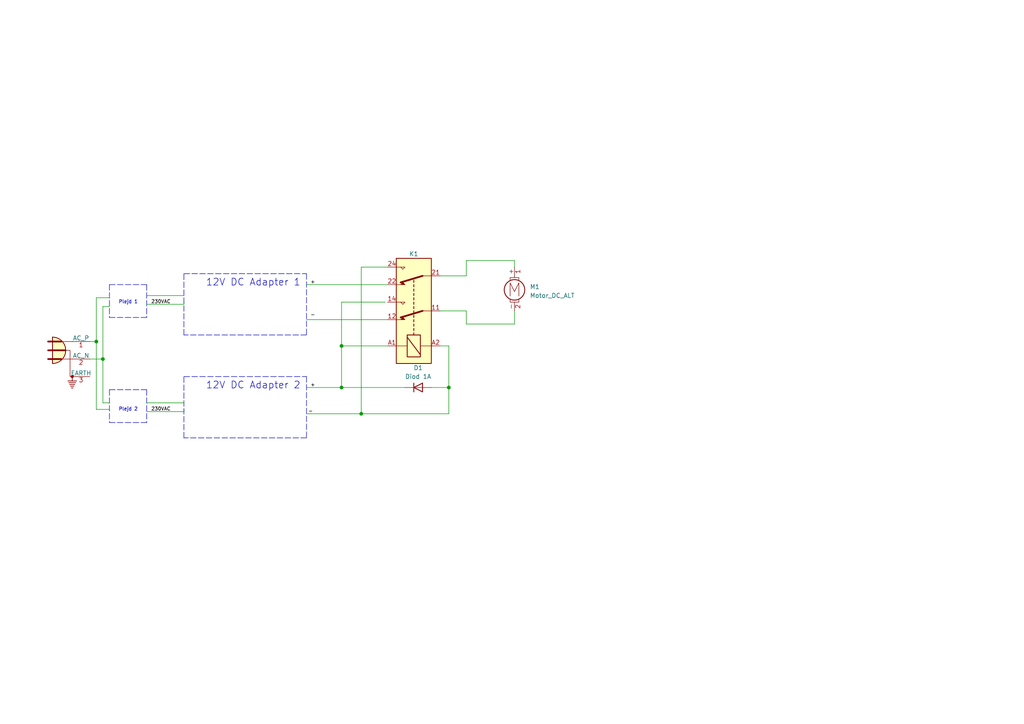
<source format=kicad_sch>
(kicad_sch (version 20210621) (generator eeschema)
  (paper "A4")
  (lib_symbols
    (symbol "Connector:Conn_WallPlug_Earth" (pin_names (offset 0))
      (property "Reference" "P" (at 0 3.81 0))
      (property "Value" "Conn_WallPlug_Earth" (at -5.08 0 90))
      (symbol "Conn_WallPlug_Earth_0_1"
        (arc (start -3.175 -3.81) (end -3.175 3.81) (radius (at -3.175 0) (length 3.81) (angles -89.9 89.9)) (stroke (width 0.254)) (fill (type background)))
        (circle (center 2.54 -7.62) (radius 0.3556) (fill (type outline)))
        (polyline (pts (xy -4.445 -2.54) (xy -0.635 -2.54)) (stroke (width 0.508)))
        (polyline (pts (xy -4.445 0) (xy 0.508 0)) (stroke (width 0.508)))
        (polyline (pts (xy -4.445 2.54) (xy -0.635 2.54)) (stroke (width 0.508)))
        (polyline (pts (xy -3.175 -3.81) (xy -3.175 3.81)) (stroke (width 0.254)))
        (polyline (pts (xy -0.635 -2.54) (xy 2.54 -2.54)))
        (polyline (pts (xy -0.635 2.54) (xy 2.54 2.54)))
        (polyline (pts (xy 1.524 -9.398) (xy 3.556 -9.398)) (stroke (width 0.2032)))
        (polyline (pts (xy 1.778 -9.906) (xy 3.302 -9.906)) (stroke (width 0.2032)))
        (polyline (pts (xy 2.032 -10.414) (xy 3.048 -10.414)) (stroke (width 0.2032)))
        (polyline (pts (xy 2.286 -10.922) (xy 2.794 -10.922)) (stroke (width 0.2032)))
        (polyline (pts (xy 2.54 -7.62) (xy 2.54 -8.89)) (stroke (width 0.2032)))
        (polyline (pts (xy 3.81 -8.89) (xy 1.27 -8.89)) (stroke (width 0.2032)))
        (polyline (pts (xy 2.54 -7.62) (xy 1.905 -7.62) (xy 1.905 0) (xy -4.445 0)))
      )
      (symbol "Conn_WallPlug_Earth_1_1"
        (pin power_out line (at 7.62 2.54 180) (length 5.08) (name "AC_P") (number "1"))
        (pin power_out line (at 7.62 -2.54 180) (length 5.08) (name "AC_N") (number "2"))
        (pin passive line (at 7.62 -7.62 180) (length 5.08) (name "EARTH") (number "3"))
      )
    )
    (symbol "Device:D" (pin_numbers hide) (pin_names (offset 1.016) hide)
      (property "Reference" "D" (at 0 2.54 0))
      (property "Value" "D" (at 0 -2.54 0))
      (symbol "D_0_1"
        (polyline (pts (xy -1.27 1.27) (xy -1.27 -1.27)) (stroke (width 0.254)))
        (polyline (pts (xy 1.27 0) (xy -1.27 0)))
        (polyline (pts (xy 1.27 1.27) (xy 1.27 -1.27) (xy -1.27 0) (xy 1.27 1.27)) (stroke (width 0.254)))
      )
      (symbol "D_1_1"
        (pin passive line (at -3.81 0 0) (length 2.54) (name "K") (number "1"))
        (pin passive line (at 3.81 0 180) (length 2.54) (name "A") (number "2"))
      )
    )
    (symbol "Motor:Motor_DC_ALT" (pin_names (offset 0))
      (property "Reference" "M" (at 2.54 2.54 0))
      (property "Value" "Motor_DC_ALT" (at 2.54 -5.08 0))
      (symbol "Motor_DC_ALT_0_0"
        (circle (center 0 -1.524) (radius 2.9718) (stroke (width 0.254)))
        (polyline (pts (xy -1.27 -4.318) (xy -1.27 -5.08) (xy 1.27 -5.08) (xy 1.27 -4.318)))
        (polyline (pts (xy -1.27 1.27) (xy -1.27 2.032) (xy 1.27 2.032) (xy 1.27 1.27)))
        (polyline (pts (xy -1.27 -3.302) (xy -1.27 0.508) (xy 0 -2.032) (xy 1.27 0.508) (xy 1.27 -3.302)))
      )
      (symbol "Motor_DC_ALT_0_1"
        (polyline (pts (xy 0 2.032) (xy 0 2.54)))
      )
      (symbol "Motor_DC_ALT_1_1"
        (pin passive line (at 0 5.08 270) (length 2.54) (name "+") (number "1"))
        (pin passive line (at 0 -7.62 90) (length 2.54) (name "-") (number "2"))
      )
    )
    (symbol "Relay:FINDER-44.62"
      (property "Reference" "K" (at 16.51 3.81 0))
      (property "Value" "FINDER-44.62" (at 16.51 1.27 0))
      (symbol "FINDER-44.62_0_1"
        (rectangle (start -13.335 1.905) (end -6.985 -1.905) (stroke (width 0.254)))
        (rectangle (start -15.24 5.08) (end 15.24 -5.08) (stroke (width 0.254)) (fill (type background)))
        (polyline (pts (xy -12.7 -1.905) (xy -7.62 1.905)) (stroke (width 0.254)))
        (polyline (pts (xy -10.16 -5.08) (xy -10.16 -1.905)))
        (polyline (pts (xy -10.16 5.08) (xy -10.16 1.905)))
        (polyline (pts (xy -6.985 0) (xy -6.35 0)) (stroke (width 0.254)))
        (polyline (pts (xy -5.715 0) (xy -5.08 0)) (stroke (width 0.254)))
        (polyline (pts (xy -4.445 0) (xy -3.81 0)) (stroke (width 0.254)))
        (polyline (pts (xy -3.175 0) (xy -2.54 0)) (stroke (width 0.254)))
        (polyline (pts (xy -1.905 0) (xy -1.27 0)) (stroke (width 0.254)))
        (polyline (pts (xy -0.635 0) (xy 0 0)) (stroke (width 0.254)))
        (polyline (pts (xy 0 -2.54) (xy -1.905 3.81)) (stroke (width 0.508)))
        (polyline (pts (xy 0 -2.54) (xy 0 -5.08)))
        (polyline (pts (xy 0.635 0) (xy 1.27 0)) (stroke (width 0.254)))
        (polyline (pts (xy 1.905 0) (xy 2.54 0)) (stroke (width 0.254)))
        (polyline (pts (xy 3.175 0) (xy 3.81 0)) (stroke (width 0.254)))
        (polyline (pts (xy 4.445 0) (xy 5.08 0)) (stroke (width 0.254)))
        (polyline (pts (xy 5.715 0) (xy 6.35 0)) (stroke (width 0.254)))
        (polyline (pts (xy 6.985 0) (xy 7.62 0)) (stroke (width 0.254)))
        (polyline (pts (xy 8.255 0) (xy 8.89 0)) (stroke (width 0.254)))
        (polyline (pts (xy 10.16 -2.54) (xy 8.255 3.81)) (stroke (width 0.508)))
        (polyline (pts (xy 10.16 -2.54) (xy 10.16 -5.08)))
        (polyline (pts (xy 2.54 5.08) (xy 2.54 2.54) (xy 1.905 3.175) (xy 2.54 3.81)))
        (polyline (pts (xy 12.7 5.08) (xy 12.7 2.54) (xy 12.065 3.175) (xy 12.7 3.81)))
        (polyline (pts (xy -2.54 5.08) (xy -2.54 2.54) (xy -1.905 3.175) (xy -2.54 3.81)) (fill (type outline)))
        (polyline (pts (xy 7.62 5.08) (xy 7.62 2.54) (xy 8.255 3.175) (xy 7.62 3.81)) (fill (type outline)))
      )
      (symbol "FINDER-44.62_1_1"
        (pin passive line (at 0 -7.62 90) (length 2.54) (name "~") (number "11"))
        (pin passive line (at -2.54 7.62 270) (length 2.54) (name "~") (number "12"))
        (pin passive line (at 2.54 7.62 270) (length 2.54) (name "~") (number "14"))
        (pin passive line (at 10.16 -7.62 90) (length 2.54) (name "~") (number "21"))
        (pin passive line (at 7.62 7.62 270) (length 2.54) (name "~") (number "22"))
        (pin passive line (at 12.7 7.62 270) (length 2.54) (name "~") (number "24"))
        (pin passive line (at -10.16 7.62 270) (length 2.54) (name "~") (number "A1"))
        (pin passive line (at -10.16 -7.62 90) (length 2.54) (name "~") (number "A2"))
      )
    )
  )
  (junction (at 27.94 99.06) (diameter 0.9144))
  (junction (at 29.845 104.14) (diameter 0.9144))
  (junction (at 99.06 100.33) (diameter 0.9144))
  (junction (at 99.06 112.395) (diameter 0.9144))
  (junction (at 104.775 120.015) (diameter 0.9144))
  (junction (at 130.175 112.395) (diameter 0.9144))
  (wire (pts (xy 26.035 99.06) (xy 27.94 99.06)))
  (wire (pts (xy 26.035 104.14) (xy 29.845 104.14)))
  (wire (pts (xy 27.94 86.36) (xy 31.75 86.36)))
  (wire (pts (xy 27.94 99.06) (xy 27.94 86.36)))
  (wire (pts (xy 27.94 99.06) (xy 27.94 118.745)))
  (wire (pts (xy 27.94 118.745) (xy 31.75 118.745)))
  (wire (pts (xy 29.845 88.9) (xy 31.75 88.9)))
  (wire (pts (xy 29.845 104.14) (xy 29.845 88.9)))
  (wire (pts (xy 29.845 104.14) (xy 29.845 116.84)))
  (wire (pts (xy 29.845 116.84) (xy 31.75 116.84)))
  (wire (pts (xy 42.545 85.725) (xy 53.34 85.725)))
  (wire (pts (xy 42.545 88.265) (xy 53.34 88.265)))
  (wire (pts (xy 42.545 116.84) (xy 53.34 116.84)))
  (wire (pts (xy 42.545 119.38) (xy 53.34 119.38)))
  (wire (pts (xy 53.34 87.63) (xy 53.34 88.265)))
  (wire (pts (xy 53.34 118.745) (xy 53.34 119.38)))
  (wire (pts (xy 88.9 82.55) (xy 112.395 82.55)))
  (wire (pts (xy 88.9 92.71) (xy 112.395 92.71)))
  (wire (pts (xy 88.9 112.395) (xy 99.06 112.395)))
  (wire (pts (xy 88.9 120.015) (xy 104.775 120.015)))
  (wire (pts (xy 99.06 87.63) (xy 99.06 100.33)))
  (wire (pts (xy 99.06 100.33) (xy 99.06 112.395)))
  (wire (pts (xy 99.06 112.395) (xy 117.475 112.395)))
  (wire (pts (xy 104.775 77.47) (xy 104.775 120.015)))
  (wire (pts (xy 111.76 87.63) (xy 99.06 87.63)))
  (wire (pts (xy 112.395 77.47) (xy 104.775 77.47)))
  (wire (pts (xy 112.395 100.33) (xy 99.06 100.33)))
  (wire (pts (xy 125.095 112.395) (xy 130.175 112.395)))
  (wire (pts (xy 127.635 80.01) (xy 135.255 80.01)))
  (wire (pts (xy 127.635 90.17) (xy 135.255 90.17)))
  (wire (pts (xy 127.635 100.33) (xy 130.175 100.33)))
  (wire (pts (xy 130.175 100.33) (xy 130.175 112.395)))
  (wire (pts (xy 130.175 112.395) (xy 130.175 120.015)))
  (wire (pts (xy 130.175 120.015) (xy 104.775 120.015)))
  (wire (pts (xy 135.255 75.565) (xy 149.225 75.565)))
  (wire (pts (xy 135.255 80.01) (xy 135.255 75.565)))
  (wire (pts (xy 135.255 90.17) (xy 135.255 93.98)))
  (wire (pts (xy 135.255 93.98) (xy 149.225 93.98)))
  (wire (pts (xy 149.225 75.565) (xy 149.225 77.47)))
  (wire (pts (xy 149.225 90.17) (xy 149.225 93.98)))
  (polyline (pts (xy 31.75 82.55) (xy 31.75 92.075)) (stroke (width 0) (type dash)))
  (polyline (pts (xy 31.75 82.55) (xy 42.545 82.55)) (stroke (width 0) (type dash)))
  (polyline (pts (xy 31.75 113.03) (xy 31.75 122.555)) (stroke (width 0) (type dash)))
  (polyline (pts (xy 31.75 113.03) (xy 42.545 113.03)) (stroke (width 0) (type dash)))
  (polyline (pts (xy 42.545 82.55) (xy 42.545 92.075)) (stroke (width 0) (type dash)))
  (polyline (pts (xy 42.545 92.075) (xy 31.75 92.075)) (stroke (width 0) (type dash)))
  (polyline (pts (xy 42.545 113.03) (xy 42.545 122.555)) (stroke (width 0) (type dash)))
  (polyline (pts (xy 42.545 122.555) (xy 31.75 122.555)) (stroke (width 0) (type dash)))
  (polyline (pts (xy 53.34 79.375) (xy 88.9 79.375)) (stroke (width 0) (type dash)))
  (polyline (pts (xy 53.34 97.155) (xy 53.34 79.375)) (stroke (width 0) (type dash)))
  (polyline (pts (xy 53.34 109.22) (xy 88.9 109.22)) (stroke (width 0) (type dash)))
  (polyline (pts (xy 53.34 127) (xy 53.34 109.22)) (stroke (width 0) (type dash)))
  (polyline (pts (xy 88.9 79.375) (xy 88.9 97.155)) (stroke (width 0) (type dash)))
  (polyline (pts (xy 88.9 97.155) (xy 53.34 97.155)) (stroke (width 0) (type dash)))
  (polyline (pts (xy 88.9 109.22) (xy 88.9 127)) (stroke (width 0) (type dash)))
  (polyline (pts (xy 88.9 127) (xy 53.34 127)) (stroke (width 0) (type dash)))
  (text "Plejd 1" (at 40.005 88.265 180) (effects (font (size 0.9906 0.9906)) (justify right bottom)))
  (text "Plejd 2" (at 40.005 119.38 180) (effects (font (size 0.9906 0.9906)) (justify right bottom)))
  (text "12V DC Adapter 1" (at 59.69 83.185 0) (effects (font (size 2.0066 2.0066)) (justify left bottom)))
  (text "12V DC Adapter 2" (at 59.69 113.03 0) (effects (font (size 2.0066 2.0066)) (justify left bottom)))
  (label "230VAC" (at 49.53 88.265 180) (effects (font (size 0.9906 0.9906))))
  (label "230VAC" (at 49.53 119.38 180) (effects (font (size 0.9906 0.9906))))
  (label "-" (at 90.805 120.015 180) (effects (font (size 0.9906 0.9906))))
  (label "+" (at 91.44 82.55 180) (effects (font (size 0.9906 0.9906))))
  (label "-" (at 91.44 92.075 180) (effects (font (size 0.9906 0.9906))))
  (label "+" (at 91.44 112.395 180) (effects (font (size 0.9906 0.9906))))
  (symbol (lib_id "Device:D") (at 121.285 112.395 0) (unit 1)
    (property "Reference" "D1" (at 121.285 106.68 0))
    (property "Value" "Diod 1A" (at 121.285 109.22 0))
  )
  (symbol (lib_id "Motor:Motor_DC_ALT") (at 149.225 82.55 0) (unit 1)
    (property "Reference" "M1" (at 153.67 83.1849 0) (effects (justify left)))
    (property "Value" "Motor_DC_ALT" (at 153.67 85.7249 0) (effects (justify left)))
  )
  (symbol (lib_id "Connector:Conn_WallPlug_Earth") (at 18.415 101.6 0) (unit 1)
    (property "Reference" "P1" (effects hide))
    (property "Value" "Conn_WallPlug_Earth" (effects hide))
  )
  (symbol (lib_id "Relay:FINDER-44.62") (at 120.015 90.17 90) (unit 1)
    (property "Reference" "K1" (at 120.015 73.66 90))
    (property "Value" "FINDER-44.62" (effects hide))
    (property "Footprint" "Relay_THT:Relay_DPDT_Finder_40.52" (effects hide))
    (property "Datasheet" "http://gfinder.findernet.com/assets/Series/359/S44EN.pdf" (effects hide))
  )
)
</source>
